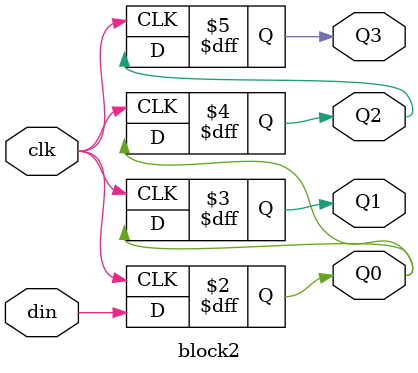
<source format=v>
module block2(Q0,Q1,Q2,Q3,din,clk);
output Q0,Q1,Q2,Q3;
input clk,din;
reg Q0,Q1,Q2,Q3;

always @(posedge clk)
    	begin
    	Q3=Q2;
	Q1=Q0;
	Q2=Q1;
	Q0=din;
    	end
endmodule

</source>
